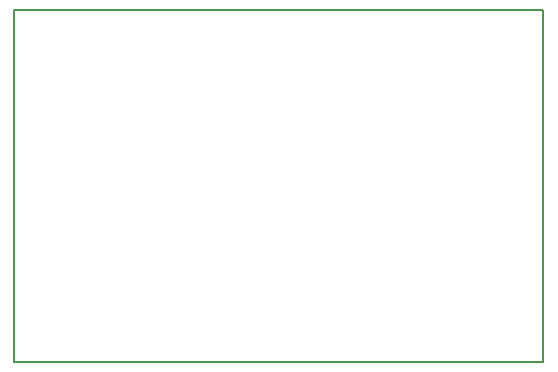
<source format=gm1>
G04 MADE WITH FRITZING*
G04 WWW.FRITZING.ORG*
G04 DOUBLE SIDED*
G04 HOLES PLATED*
G04 CONTOUR ON CENTER OF CONTOUR VECTOR*
%ASAXBY*%
%FSLAX23Y23*%
%MOIN*%
%OFA0B0*%
%SFA1.0B1.0*%
%ADD10R,1.771420X1.180890*%
%ADD11C,0.008000*%
%ADD10C,0.008*%
%LNCONTOUR*%
G90*
G70*
G54D10*
G54D11*
X4Y1177D02*
X1767Y1177D01*
X1767Y4D01*
X4Y4D01*
X4Y1177D01*
D02*
G04 End of contour*
M02*
</source>
